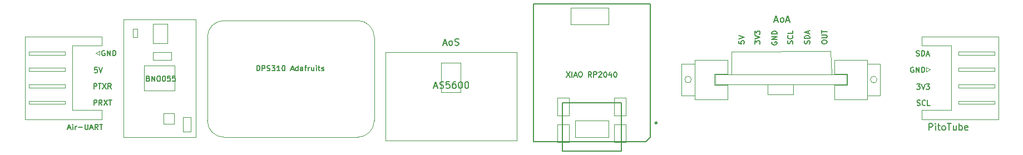
<source format=gbr>
%TF.GenerationSoftware,KiCad,Pcbnew,9.0.0*%
%TF.CreationDate,2025-03-07T17:00:58+09:00*%
%TF.ProjectId,Airdata,41697264-6174-4612-9e6b-696361645f70,rev?*%
%TF.SameCoordinates,Original*%
%TF.FileFunction,Legend,Top*%
%TF.FilePolarity,Positive*%
%FSLAX46Y46*%
G04 Gerber Fmt 4.6, Leading zero omitted, Abs format (unit mm)*
G04 Created by KiCad (PCBNEW 9.0.0) date 2025-03-07 17:00:58*
%MOMM*%
%LPD*%
G01*
G04 APERTURE LIST*
%ADD10C,0.150000*%
%ADD11C,0.200000*%
%ADD12C,0.120000*%
%ADD13C,0.100000*%
%ADD14C,0.050000*%
%ADD15C,0.127000*%
%ADD16C,0.066040*%
%ADD17C,0.254000*%
G04 APERTURE END LIST*
D10*
X86149160Y-64144295D02*
X86149160Y-63344295D01*
X86149160Y-63344295D02*
X86453922Y-63344295D01*
X86453922Y-63344295D02*
X86530112Y-63382390D01*
X86530112Y-63382390D02*
X86568207Y-63420485D01*
X86568207Y-63420485D02*
X86606303Y-63496676D01*
X86606303Y-63496676D02*
X86606303Y-63610961D01*
X86606303Y-63610961D02*
X86568207Y-63687152D01*
X86568207Y-63687152D02*
X86530112Y-63725247D01*
X86530112Y-63725247D02*
X86453922Y-63763342D01*
X86453922Y-63763342D02*
X86149160Y-63763342D01*
X86834874Y-63344295D02*
X87292017Y-63344295D01*
X87063445Y-64144295D02*
X87063445Y-63344295D01*
X87482493Y-63344295D02*
X88015827Y-64144295D01*
X88015827Y-63344295D02*
X87482493Y-64144295D01*
X88777732Y-64144295D02*
X88511065Y-63763342D01*
X88320589Y-64144295D02*
X88320589Y-63344295D01*
X88320589Y-63344295D02*
X88625351Y-63344295D01*
X88625351Y-63344295D02*
X88701541Y-63382390D01*
X88701541Y-63382390D02*
X88739636Y-63420485D01*
X88739636Y-63420485D02*
X88777732Y-63496676D01*
X88777732Y-63496676D02*
X88777732Y-63610961D01*
X88777732Y-63610961D02*
X88739636Y-63687152D01*
X88739636Y-63687152D02*
X88701541Y-63725247D01*
X88701541Y-63725247D02*
X88625351Y-63763342D01*
X88625351Y-63763342D02*
X88320589Y-63763342D01*
X94425826Y-62585247D02*
X94540112Y-62623342D01*
X94540112Y-62623342D02*
X94578207Y-62661438D01*
X94578207Y-62661438D02*
X94616303Y-62737628D01*
X94616303Y-62737628D02*
X94616303Y-62851914D01*
X94616303Y-62851914D02*
X94578207Y-62928104D01*
X94578207Y-62928104D02*
X94540112Y-62966200D01*
X94540112Y-62966200D02*
X94463922Y-63004295D01*
X94463922Y-63004295D02*
X94159160Y-63004295D01*
X94159160Y-63004295D02*
X94159160Y-62204295D01*
X94159160Y-62204295D02*
X94425826Y-62204295D01*
X94425826Y-62204295D02*
X94502017Y-62242390D01*
X94502017Y-62242390D02*
X94540112Y-62280485D01*
X94540112Y-62280485D02*
X94578207Y-62356676D01*
X94578207Y-62356676D02*
X94578207Y-62432866D01*
X94578207Y-62432866D02*
X94540112Y-62509057D01*
X94540112Y-62509057D02*
X94502017Y-62547152D01*
X94502017Y-62547152D02*
X94425826Y-62585247D01*
X94425826Y-62585247D02*
X94159160Y-62585247D01*
X94959160Y-63004295D02*
X94959160Y-62204295D01*
X94959160Y-62204295D02*
X95416303Y-63004295D01*
X95416303Y-63004295D02*
X95416303Y-62204295D01*
X95949636Y-62204295D02*
X96102017Y-62204295D01*
X96102017Y-62204295D02*
X96178207Y-62242390D01*
X96178207Y-62242390D02*
X96254398Y-62318580D01*
X96254398Y-62318580D02*
X96292493Y-62470961D01*
X96292493Y-62470961D02*
X96292493Y-62737628D01*
X96292493Y-62737628D02*
X96254398Y-62890009D01*
X96254398Y-62890009D02*
X96178207Y-62966200D01*
X96178207Y-62966200D02*
X96102017Y-63004295D01*
X96102017Y-63004295D02*
X95949636Y-63004295D01*
X95949636Y-63004295D02*
X95873445Y-62966200D01*
X95873445Y-62966200D02*
X95797255Y-62890009D01*
X95797255Y-62890009D02*
X95759159Y-62737628D01*
X95759159Y-62737628D02*
X95759159Y-62470961D01*
X95759159Y-62470961D02*
X95797255Y-62318580D01*
X95797255Y-62318580D02*
X95873445Y-62242390D01*
X95873445Y-62242390D02*
X95949636Y-62204295D01*
X96787731Y-62204295D02*
X96863921Y-62204295D01*
X96863921Y-62204295D02*
X96940112Y-62242390D01*
X96940112Y-62242390D02*
X96978207Y-62280485D01*
X96978207Y-62280485D02*
X97016302Y-62356676D01*
X97016302Y-62356676D02*
X97054397Y-62509057D01*
X97054397Y-62509057D02*
X97054397Y-62699533D01*
X97054397Y-62699533D02*
X97016302Y-62851914D01*
X97016302Y-62851914D02*
X96978207Y-62928104D01*
X96978207Y-62928104D02*
X96940112Y-62966200D01*
X96940112Y-62966200D02*
X96863921Y-63004295D01*
X96863921Y-63004295D02*
X96787731Y-63004295D01*
X96787731Y-63004295D02*
X96711540Y-62966200D01*
X96711540Y-62966200D02*
X96673445Y-62928104D01*
X96673445Y-62928104D02*
X96635350Y-62851914D01*
X96635350Y-62851914D02*
X96597254Y-62699533D01*
X96597254Y-62699533D02*
X96597254Y-62509057D01*
X96597254Y-62509057D02*
X96635350Y-62356676D01*
X96635350Y-62356676D02*
X96673445Y-62280485D01*
X96673445Y-62280485D02*
X96711540Y-62242390D01*
X96711540Y-62242390D02*
X96787731Y-62204295D01*
X97778207Y-62204295D02*
X97397255Y-62204295D01*
X97397255Y-62204295D02*
X97359159Y-62585247D01*
X97359159Y-62585247D02*
X97397255Y-62547152D01*
X97397255Y-62547152D02*
X97473445Y-62509057D01*
X97473445Y-62509057D02*
X97663921Y-62509057D01*
X97663921Y-62509057D02*
X97740112Y-62547152D01*
X97740112Y-62547152D02*
X97778207Y-62585247D01*
X97778207Y-62585247D02*
X97816302Y-62661438D01*
X97816302Y-62661438D02*
X97816302Y-62851914D01*
X97816302Y-62851914D02*
X97778207Y-62928104D01*
X97778207Y-62928104D02*
X97740112Y-62966200D01*
X97740112Y-62966200D02*
X97663921Y-63004295D01*
X97663921Y-63004295D02*
X97473445Y-63004295D01*
X97473445Y-63004295D02*
X97397255Y-62966200D01*
X97397255Y-62966200D02*
X97359159Y-62928104D01*
X98540112Y-62204295D02*
X98159160Y-62204295D01*
X98159160Y-62204295D02*
X98121064Y-62585247D01*
X98121064Y-62585247D02*
X98159160Y-62547152D01*
X98159160Y-62547152D02*
X98235350Y-62509057D01*
X98235350Y-62509057D02*
X98425826Y-62509057D01*
X98425826Y-62509057D02*
X98502017Y-62547152D01*
X98502017Y-62547152D02*
X98540112Y-62585247D01*
X98540112Y-62585247D02*
X98578207Y-62661438D01*
X98578207Y-62661438D02*
X98578207Y-62851914D01*
X98578207Y-62851914D02*
X98540112Y-62928104D01*
X98540112Y-62928104D02*
X98502017Y-62966200D01*
X98502017Y-62966200D02*
X98425826Y-63004295D01*
X98425826Y-63004295D02*
X98235350Y-63004295D01*
X98235350Y-63004295D02*
X98159160Y-62966200D01*
X98159160Y-62966200D02*
X98121064Y-62928104D01*
X211341064Y-59106200D02*
X211455350Y-59144295D01*
X211455350Y-59144295D02*
X211645826Y-59144295D01*
X211645826Y-59144295D02*
X211722017Y-59106200D01*
X211722017Y-59106200D02*
X211760112Y-59068104D01*
X211760112Y-59068104D02*
X211798207Y-58991914D01*
X211798207Y-58991914D02*
X211798207Y-58915723D01*
X211798207Y-58915723D02*
X211760112Y-58839533D01*
X211760112Y-58839533D02*
X211722017Y-58801438D01*
X211722017Y-58801438D02*
X211645826Y-58763342D01*
X211645826Y-58763342D02*
X211493445Y-58725247D01*
X211493445Y-58725247D02*
X211417255Y-58687152D01*
X211417255Y-58687152D02*
X211379160Y-58649057D01*
X211379160Y-58649057D02*
X211341064Y-58572866D01*
X211341064Y-58572866D02*
X211341064Y-58496676D01*
X211341064Y-58496676D02*
X211379160Y-58420485D01*
X211379160Y-58420485D02*
X211417255Y-58382390D01*
X211417255Y-58382390D02*
X211493445Y-58344295D01*
X211493445Y-58344295D02*
X211683922Y-58344295D01*
X211683922Y-58344295D02*
X211798207Y-58382390D01*
X212141065Y-59144295D02*
X212141065Y-58344295D01*
X212141065Y-58344295D02*
X212331541Y-58344295D01*
X212331541Y-58344295D02*
X212445827Y-58382390D01*
X212445827Y-58382390D02*
X212522017Y-58458580D01*
X212522017Y-58458580D02*
X212560112Y-58534771D01*
X212560112Y-58534771D02*
X212598208Y-58687152D01*
X212598208Y-58687152D02*
X212598208Y-58801438D01*
X212598208Y-58801438D02*
X212560112Y-58953819D01*
X212560112Y-58953819D02*
X212522017Y-59030009D01*
X212522017Y-59030009D02*
X212445827Y-59106200D01*
X212445827Y-59106200D02*
X212331541Y-59144295D01*
X212331541Y-59144295D02*
X212141065Y-59144295D01*
X212902969Y-58915723D02*
X213283922Y-58915723D01*
X212826779Y-59144295D02*
X213093446Y-58344295D01*
X213093446Y-58344295D02*
X213360112Y-59144295D01*
X86149160Y-66664295D02*
X86149160Y-65864295D01*
X86149160Y-65864295D02*
X86453922Y-65864295D01*
X86453922Y-65864295D02*
X86530112Y-65902390D01*
X86530112Y-65902390D02*
X86568207Y-65940485D01*
X86568207Y-65940485D02*
X86606303Y-66016676D01*
X86606303Y-66016676D02*
X86606303Y-66130961D01*
X86606303Y-66130961D02*
X86568207Y-66207152D01*
X86568207Y-66207152D02*
X86530112Y-66245247D01*
X86530112Y-66245247D02*
X86453922Y-66283342D01*
X86453922Y-66283342D02*
X86149160Y-66283342D01*
X87406303Y-66664295D02*
X87139636Y-66283342D01*
X86949160Y-66664295D02*
X86949160Y-65864295D01*
X86949160Y-65864295D02*
X87253922Y-65864295D01*
X87253922Y-65864295D02*
X87330112Y-65902390D01*
X87330112Y-65902390D02*
X87368207Y-65940485D01*
X87368207Y-65940485D02*
X87406303Y-66016676D01*
X87406303Y-66016676D02*
X87406303Y-66130961D01*
X87406303Y-66130961D02*
X87368207Y-66207152D01*
X87368207Y-66207152D02*
X87330112Y-66245247D01*
X87330112Y-66245247D02*
X87253922Y-66283342D01*
X87253922Y-66283342D02*
X86949160Y-66283342D01*
X87672969Y-65864295D02*
X88206303Y-66664295D01*
X88206303Y-65864295D02*
X87672969Y-66664295D01*
X88396779Y-65864295D02*
X88853922Y-65864295D01*
X88625350Y-66664295D02*
X88625350Y-65864295D01*
X211451064Y-66656200D02*
X211565350Y-66694295D01*
X211565350Y-66694295D02*
X211755826Y-66694295D01*
X211755826Y-66694295D02*
X211832017Y-66656200D01*
X211832017Y-66656200D02*
X211870112Y-66618104D01*
X211870112Y-66618104D02*
X211908207Y-66541914D01*
X211908207Y-66541914D02*
X211908207Y-66465723D01*
X211908207Y-66465723D02*
X211870112Y-66389533D01*
X211870112Y-66389533D02*
X211832017Y-66351438D01*
X211832017Y-66351438D02*
X211755826Y-66313342D01*
X211755826Y-66313342D02*
X211603445Y-66275247D01*
X211603445Y-66275247D02*
X211527255Y-66237152D01*
X211527255Y-66237152D02*
X211489160Y-66199057D01*
X211489160Y-66199057D02*
X211451064Y-66122866D01*
X211451064Y-66122866D02*
X211451064Y-66046676D01*
X211451064Y-66046676D02*
X211489160Y-65970485D01*
X211489160Y-65970485D02*
X211527255Y-65932390D01*
X211527255Y-65932390D02*
X211603445Y-65894295D01*
X211603445Y-65894295D02*
X211793922Y-65894295D01*
X211793922Y-65894295D02*
X211908207Y-65932390D01*
X212708208Y-66618104D02*
X212670112Y-66656200D01*
X212670112Y-66656200D02*
X212555827Y-66694295D01*
X212555827Y-66694295D02*
X212479636Y-66694295D01*
X212479636Y-66694295D02*
X212365350Y-66656200D01*
X212365350Y-66656200D02*
X212289160Y-66580009D01*
X212289160Y-66580009D02*
X212251065Y-66503819D01*
X212251065Y-66503819D02*
X212212969Y-66351438D01*
X212212969Y-66351438D02*
X212212969Y-66237152D01*
X212212969Y-66237152D02*
X212251065Y-66084771D01*
X212251065Y-66084771D02*
X212289160Y-66008580D01*
X212289160Y-66008580D02*
X212365350Y-65932390D01*
X212365350Y-65932390D02*
X212479636Y-65894295D01*
X212479636Y-65894295D02*
X212555827Y-65894295D01*
X212555827Y-65894295D02*
X212670112Y-65932390D01*
X212670112Y-65932390D02*
X212708208Y-65970485D01*
X213432017Y-66694295D02*
X213051065Y-66694295D01*
X213051065Y-66694295D02*
X213051065Y-65894295D01*
X87818207Y-58332390D02*
X87742017Y-58294295D01*
X87742017Y-58294295D02*
X87627731Y-58294295D01*
X87627731Y-58294295D02*
X87513445Y-58332390D01*
X87513445Y-58332390D02*
X87437255Y-58408580D01*
X87437255Y-58408580D02*
X87399160Y-58484771D01*
X87399160Y-58484771D02*
X87361064Y-58637152D01*
X87361064Y-58637152D02*
X87361064Y-58751438D01*
X87361064Y-58751438D02*
X87399160Y-58903819D01*
X87399160Y-58903819D02*
X87437255Y-58980009D01*
X87437255Y-58980009D02*
X87513445Y-59056200D01*
X87513445Y-59056200D02*
X87627731Y-59094295D01*
X87627731Y-59094295D02*
X87703922Y-59094295D01*
X87703922Y-59094295D02*
X87818207Y-59056200D01*
X87818207Y-59056200D02*
X87856303Y-59018104D01*
X87856303Y-59018104D02*
X87856303Y-58751438D01*
X87856303Y-58751438D02*
X87703922Y-58751438D01*
X88199160Y-59094295D02*
X88199160Y-58294295D01*
X88199160Y-58294295D02*
X88656303Y-59094295D01*
X88656303Y-59094295D02*
X88656303Y-58294295D01*
X89037255Y-59094295D02*
X89037255Y-58294295D01*
X89037255Y-58294295D02*
X89227731Y-58294295D01*
X89227731Y-58294295D02*
X89342017Y-58332390D01*
X89342017Y-58332390D02*
X89418207Y-58408580D01*
X89418207Y-58408580D02*
X89456302Y-58484771D01*
X89456302Y-58484771D02*
X89494398Y-58637152D01*
X89494398Y-58637152D02*
X89494398Y-58751438D01*
X89494398Y-58751438D02*
X89456302Y-58903819D01*
X89456302Y-58903819D02*
X89418207Y-58980009D01*
X89418207Y-58980009D02*
X89342017Y-59056200D01*
X89342017Y-59056200D02*
X89227731Y-59094295D01*
X89227731Y-59094295D02*
X89037255Y-59094295D01*
X210928207Y-60882390D02*
X210852017Y-60844295D01*
X210852017Y-60844295D02*
X210737731Y-60844295D01*
X210737731Y-60844295D02*
X210623445Y-60882390D01*
X210623445Y-60882390D02*
X210547255Y-60958580D01*
X210547255Y-60958580D02*
X210509160Y-61034771D01*
X210509160Y-61034771D02*
X210471064Y-61187152D01*
X210471064Y-61187152D02*
X210471064Y-61301438D01*
X210471064Y-61301438D02*
X210509160Y-61453819D01*
X210509160Y-61453819D02*
X210547255Y-61530009D01*
X210547255Y-61530009D02*
X210623445Y-61606200D01*
X210623445Y-61606200D02*
X210737731Y-61644295D01*
X210737731Y-61644295D02*
X210813922Y-61644295D01*
X210813922Y-61644295D02*
X210928207Y-61606200D01*
X210928207Y-61606200D02*
X210966303Y-61568104D01*
X210966303Y-61568104D02*
X210966303Y-61301438D01*
X210966303Y-61301438D02*
X210813922Y-61301438D01*
X211309160Y-61644295D02*
X211309160Y-60844295D01*
X211309160Y-60844295D02*
X211766303Y-61644295D01*
X211766303Y-61644295D02*
X211766303Y-60844295D01*
X212147255Y-61644295D02*
X212147255Y-60844295D01*
X212147255Y-60844295D02*
X212337731Y-60844295D01*
X212337731Y-60844295D02*
X212452017Y-60882390D01*
X212452017Y-60882390D02*
X212528207Y-60958580D01*
X212528207Y-60958580D02*
X212566302Y-61034771D01*
X212566302Y-61034771D02*
X212604398Y-61187152D01*
X212604398Y-61187152D02*
X212604398Y-61301438D01*
X212604398Y-61301438D02*
X212566302Y-61453819D01*
X212566302Y-61453819D02*
X212528207Y-61530009D01*
X212528207Y-61530009D02*
X212452017Y-61606200D01*
X212452017Y-61606200D02*
X212337731Y-61644295D01*
X212337731Y-61644295D02*
X212147255Y-61644295D01*
X211392969Y-63424295D02*
X211888207Y-63424295D01*
X211888207Y-63424295D02*
X211621541Y-63729057D01*
X211621541Y-63729057D02*
X211735826Y-63729057D01*
X211735826Y-63729057D02*
X211812017Y-63767152D01*
X211812017Y-63767152D02*
X211850112Y-63805247D01*
X211850112Y-63805247D02*
X211888207Y-63881438D01*
X211888207Y-63881438D02*
X211888207Y-64071914D01*
X211888207Y-64071914D02*
X211850112Y-64148104D01*
X211850112Y-64148104D02*
X211812017Y-64186200D01*
X211812017Y-64186200D02*
X211735826Y-64224295D01*
X211735826Y-64224295D02*
X211507255Y-64224295D01*
X211507255Y-64224295D02*
X211431064Y-64186200D01*
X211431064Y-64186200D02*
X211392969Y-64148104D01*
X212116779Y-63424295D02*
X212383446Y-64224295D01*
X212383446Y-64224295D02*
X212650112Y-63424295D01*
X212840588Y-63424295D02*
X213335826Y-63424295D01*
X213335826Y-63424295D02*
X213069160Y-63729057D01*
X213069160Y-63729057D02*
X213183445Y-63729057D01*
X213183445Y-63729057D02*
X213259636Y-63767152D01*
X213259636Y-63767152D02*
X213297731Y-63805247D01*
X213297731Y-63805247D02*
X213335826Y-63881438D01*
X213335826Y-63881438D02*
X213335826Y-64071914D01*
X213335826Y-64071914D02*
X213297731Y-64148104D01*
X213297731Y-64148104D02*
X213259636Y-64186200D01*
X213259636Y-64186200D02*
X213183445Y-64224295D01*
X213183445Y-64224295D02*
X212954874Y-64224295D01*
X212954874Y-64224295D02*
X212878683Y-64186200D01*
X212878683Y-64186200D02*
X212840588Y-64148104D01*
X86660112Y-60884295D02*
X86279160Y-60884295D01*
X86279160Y-60884295D02*
X86241064Y-61265247D01*
X86241064Y-61265247D02*
X86279160Y-61227152D01*
X86279160Y-61227152D02*
X86355350Y-61189057D01*
X86355350Y-61189057D02*
X86545826Y-61189057D01*
X86545826Y-61189057D02*
X86622017Y-61227152D01*
X86622017Y-61227152D02*
X86660112Y-61265247D01*
X86660112Y-61265247D02*
X86698207Y-61341438D01*
X86698207Y-61341438D02*
X86698207Y-61531914D01*
X86698207Y-61531914D02*
X86660112Y-61608104D01*
X86660112Y-61608104D02*
X86622017Y-61646200D01*
X86622017Y-61646200D02*
X86545826Y-61684295D01*
X86545826Y-61684295D02*
X86355350Y-61684295D01*
X86355350Y-61684295D02*
X86279160Y-61646200D01*
X86279160Y-61646200D02*
X86241064Y-61608104D01*
X86926779Y-60884295D02*
X87193446Y-61684295D01*
X87193446Y-61684295D02*
X87460112Y-60884295D01*
X213247619Y-70454819D02*
X213247619Y-69454819D01*
X213247619Y-69454819D02*
X213628571Y-69454819D01*
X213628571Y-69454819D02*
X213723809Y-69502438D01*
X213723809Y-69502438D02*
X213771428Y-69550057D01*
X213771428Y-69550057D02*
X213819047Y-69645295D01*
X213819047Y-69645295D02*
X213819047Y-69788152D01*
X213819047Y-69788152D02*
X213771428Y-69883390D01*
X213771428Y-69883390D02*
X213723809Y-69931009D01*
X213723809Y-69931009D02*
X213628571Y-69978628D01*
X213628571Y-69978628D02*
X213247619Y-69978628D01*
X214247619Y-70454819D02*
X214247619Y-69788152D01*
X214247619Y-69454819D02*
X214200000Y-69502438D01*
X214200000Y-69502438D02*
X214247619Y-69550057D01*
X214247619Y-69550057D02*
X214295238Y-69502438D01*
X214295238Y-69502438D02*
X214247619Y-69454819D01*
X214247619Y-69454819D02*
X214247619Y-69550057D01*
X214580952Y-69788152D02*
X214961904Y-69788152D01*
X214723809Y-69454819D02*
X214723809Y-70311961D01*
X214723809Y-70311961D02*
X214771428Y-70407200D01*
X214771428Y-70407200D02*
X214866666Y-70454819D01*
X214866666Y-70454819D02*
X214961904Y-70454819D01*
X215438095Y-70454819D02*
X215342857Y-70407200D01*
X215342857Y-70407200D02*
X215295238Y-70359580D01*
X215295238Y-70359580D02*
X215247619Y-70264342D01*
X215247619Y-70264342D02*
X215247619Y-69978628D01*
X215247619Y-69978628D02*
X215295238Y-69883390D01*
X215295238Y-69883390D02*
X215342857Y-69835771D01*
X215342857Y-69835771D02*
X215438095Y-69788152D01*
X215438095Y-69788152D02*
X215580952Y-69788152D01*
X215580952Y-69788152D02*
X215676190Y-69835771D01*
X215676190Y-69835771D02*
X215723809Y-69883390D01*
X215723809Y-69883390D02*
X215771428Y-69978628D01*
X215771428Y-69978628D02*
X215771428Y-70264342D01*
X215771428Y-70264342D02*
X215723809Y-70359580D01*
X215723809Y-70359580D02*
X215676190Y-70407200D01*
X215676190Y-70407200D02*
X215580952Y-70454819D01*
X215580952Y-70454819D02*
X215438095Y-70454819D01*
X216057143Y-69454819D02*
X216628571Y-69454819D01*
X216342857Y-70454819D02*
X216342857Y-69454819D01*
X217390476Y-69788152D02*
X217390476Y-70454819D01*
X216961905Y-69788152D02*
X216961905Y-70311961D01*
X216961905Y-70311961D02*
X217009524Y-70407200D01*
X217009524Y-70407200D02*
X217104762Y-70454819D01*
X217104762Y-70454819D02*
X217247619Y-70454819D01*
X217247619Y-70454819D02*
X217342857Y-70407200D01*
X217342857Y-70407200D02*
X217390476Y-70359580D01*
X217866667Y-70454819D02*
X217866667Y-69454819D01*
X217866667Y-69835771D02*
X217961905Y-69788152D01*
X217961905Y-69788152D02*
X218152381Y-69788152D01*
X218152381Y-69788152D02*
X218247619Y-69835771D01*
X218247619Y-69835771D02*
X218295238Y-69883390D01*
X218295238Y-69883390D02*
X218342857Y-69978628D01*
X218342857Y-69978628D02*
X218342857Y-70264342D01*
X218342857Y-70264342D02*
X218295238Y-70359580D01*
X218295238Y-70359580D02*
X218247619Y-70407200D01*
X218247619Y-70407200D02*
X218152381Y-70454819D01*
X218152381Y-70454819D02*
X217961905Y-70454819D01*
X217961905Y-70454819D02*
X217866667Y-70407200D01*
X219152381Y-70407200D02*
X219057143Y-70454819D01*
X219057143Y-70454819D02*
X218866667Y-70454819D01*
X218866667Y-70454819D02*
X218771429Y-70407200D01*
X218771429Y-70407200D02*
X218723810Y-70311961D01*
X218723810Y-70311961D02*
X218723810Y-69931009D01*
X218723810Y-69931009D02*
X218771429Y-69835771D01*
X218771429Y-69835771D02*
X218866667Y-69788152D01*
X218866667Y-69788152D02*
X219057143Y-69788152D01*
X219057143Y-69788152D02*
X219152381Y-69835771D01*
X219152381Y-69835771D02*
X219200000Y-69931009D01*
X219200000Y-69931009D02*
X219200000Y-70026247D01*
X219200000Y-70026247D02*
X218723810Y-70121485D01*
D11*
X137950952Y-63786504D02*
X138427142Y-63786504D01*
X137855714Y-64072219D02*
X138189047Y-63072219D01*
X138189047Y-63072219D02*
X138522380Y-64072219D01*
X138808095Y-64024600D02*
X138950952Y-64072219D01*
X138950952Y-64072219D02*
X139189047Y-64072219D01*
X139189047Y-64072219D02*
X139284285Y-64024600D01*
X139284285Y-64024600D02*
X139331904Y-63976980D01*
X139331904Y-63976980D02*
X139379523Y-63881742D01*
X139379523Y-63881742D02*
X139379523Y-63786504D01*
X139379523Y-63786504D02*
X139331904Y-63691266D01*
X139331904Y-63691266D02*
X139284285Y-63643647D01*
X139284285Y-63643647D02*
X139189047Y-63596028D01*
X139189047Y-63596028D02*
X138998571Y-63548409D01*
X138998571Y-63548409D02*
X138903333Y-63500790D01*
X138903333Y-63500790D02*
X138855714Y-63453171D01*
X138855714Y-63453171D02*
X138808095Y-63357933D01*
X138808095Y-63357933D02*
X138808095Y-63262695D01*
X138808095Y-63262695D02*
X138855714Y-63167457D01*
X138855714Y-63167457D02*
X138903333Y-63119838D01*
X138903333Y-63119838D02*
X138998571Y-63072219D01*
X138998571Y-63072219D02*
X139236666Y-63072219D01*
X139236666Y-63072219D02*
X139379523Y-63119838D01*
X140284285Y-63072219D02*
X139808095Y-63072219D01*
X139808095Y-63072219D02*
X139760476Y-63548409D01*
X139760476Y-63548409D02*
X139808095Y-63500790D01*
X139808095Y-63500790D02*
X139903333Y-63453171D01*
X139903333Y-63453171D02*
X140141428Y-63453171D01*
X140141428Y-63453171D02*
X140236666Y-63500790D01*
X140236666Y-63500790D02*
X140284285Y-63548409D01*
X140284285Y-63548409D02*
X140331904Y-63643647D01*
X140331904Y-63643647D02*
X140331904Y-63881742D01*
X140331904Y-63881742D02*
X140284285Y-63976980D01*
X140284285Y-63976980D02*
X140236666Y-64024600D01*
X140236666Y-64024600D02*
X140141428Y-64072219D01*
X140141428Y-64072219D02*
X139903333Y-64072219D01*
X139903333Y-64072219D02*
X139808095Y-64024600D01*
X139808095Y-64024600D02*
X139760476Y-63976980D01*
X141189047Y-63072219D02*
X140998571Y-63072219D01*
X140998571Y-63072219D02*
X140903333Y-63119838D01*
X140903333Y-63119838D02*
X140855714Y-63167457D01*
X140855714Y-63167457D02*
X140760476Y-63310314D01*
X140760476Y-63310314D02*
X140712857Y-63500790D01*
X140712857Y-63500790D02*
X140712857Y-63881742D01*
X140712857Y-63881742D02*
X140760476Y-63976980D01*
X140760476Y-63976980D02*
X140808095Y-64024600D01*
X140808095Y-64024600D02*
X140903333Y-64072219D01*
X140903333Y-64072219D02*
X141093809Y-64072219D01*
X141093809Y-64072219D02*
X141189047Y-64024600D01*
X141189047Y-64024600D02*
X141236666Y-63976980D01*
X141236666Y-63976980D02*
X141284285Y-63881742D01*
X141284285Y-63881742D02*
X141284285Y-63643647D01*
X141284285Y-63643647D02*
X141236666Y-63548409D01*
X141236666Y-63548409D02*
X141189047Y-63500790D01*
X141189047Y-63500790D02*
X141093809Y-63453171D01*
X141093809Y-63453171D02*
X140903333Y-63453171D01*
X140903333Y-63453171D02*
X140808095Y-63500790D01*
X140808095Y-63500790D02*
X140760476Y-63548409D01*
X140760476Y-63548409D02*
X140712857Y-63643647D01*
X141903333Y-63072219D02*
X141998571Y-63072219D01*
X141998571Y-63072219D02*
X142093809Y-63119838D01*
X142093809Y-63119838D02*
X142141428Y-63167457D01*
X142141428Y-63167457D02*
X142189047Y-63262695D01*
X142189047Y-63262695D02*
X142236666Y-63453171D01*
X142236666Y-63453171D02*
X142236666Y-63691266D01*
X142236666Y-63691266D02*
X142189047Y-63881742D01*
X142189047Y-63881742D02*
X142141428Y-63976980D01*
X142141428Y-63976980D02*
X142093809Y-64024600D01*
X142093809Y-64024600D02*
X141998571Y-64072219D01*
X141998571Y-64072219D02*
X141903333Y-64072219D01*
X141903333Y-64072219D02*
X141808095Y-64024600D01*
X141808095Y-64024600D02*
X141760476Y-63976980D01*
X141760476Y-63976980D02*
X141712857Y-63881742D01*
X141712857Y-63881742D02*
X141665238Y-63691266D01*
X141665238Y-63691266D02*
X141665238Y-63453171D01*
X141665238Y-63453171D02*
X141712857Y-63262695D01*
X141712857Y-63262695D02*
X141760476Y-63167457D01*
X141760476Y-63167457D02*
X141808095Y-63119838D01*
X141808095Y-63119838D02*
X141903333Y-63072219D01*
X142855714Y-63072219D02*
X142950952Y-63072219D01*
X142950952Y-63072219D02*
X143046190Y-63119838D01*
X143046190Y-63119838D02*
X143093809Y-63167457D01*
X143093809Y-63167457D02*
X143141428Y-63262695D01*
X143141428Y-63262695D02*
X143189047Y-63453171D01*
X143189047Y-63453171D02*
X143189047Y-63691266D01*
X143189047Y-63691266D02*
X143141428Y-63881742D01*
X143141428Y-63881742D02*
X143093809Y-63976980D01*
X143093809Y-63976980D02*
X143046190Y-64024600D01*
X143046190Y-64024600D02*
X142950952Y-64072219D01*
X142950952Y-64072219D02*
X142855714Y-64072219D01*
X142855714Y-64072219D02*
X142760476Y-64024600D01*
X142760476Y-64024600D02*
X142712857Y-63976980D01*
X142712857Y-63976980D02*
X142665238Y-63881742D01*
X142665238Y-63881742D02*
X142617619Y-63691266D01*
X142617619Y-63691266D02*
X142617619Y-63453171D01*
X142617619Y-63453171D02*
X142665238Y-63262695D01*
X142665238Y-63262695D02*
X142712857Y-63167457D01*
X142712857Y-63167457D02*
X142760476Y-63119838D01*
X142760476Y-63119838D02*
X142855714Y-63072219D01*
X139353333Y-57246504D02*
X139829523Y-57246504D01*
X139258095Y-57532219D02*
X139591428Y-56532219D01*
X139591428Y-56532219D02*
X139924761Y-57532219D01*
X140400952Y-57532219D02*
X140305714Y-57484600D01*
X140305714Y-57484600D02*
X140258095Y-57436980D01*
X140258095Y-57436980D02*
X140210476Y-57341742D01*
X140210476Y-57341742D02*
X140210476Y-57056028D01*
X140210476Y-57056028D02*
X140258095Y-56960790D01*
X140258095Y-56960790D02*
X140305714Y-56913171D01*
X140305714Y-56913171D02*
X140400952Y-56865552D01*
X140400952Y-56865552D02*
X140543809Y-56865552D01*
X140543809Y-56865552D02*
X140639047Y-56913171D01*
X140639047Y-56913171D02*
X140686666Y-56960790D01*
X140686666Y-56960790D02*
X140734285Y-57056028D01*
X140734285Y-57056028D02*
X140734285Y-57341742D01*
X140734285Y-57341742D02*
X140686666Y-57436980D01*
X140686666Y-57436980D02*
X140639047Y-57484600D01*
X140639047Y-57484600D02*
X140543809Y-57532219D01*
X140543809Y-57532219D02*
X140400952Y-57532219D01*
X141115238Y-57484600D02*
X141258095Y-57532219D01*
X141258095Y-57532219D02*
X141496190Y-57532219D01*
X141496190Y-57532219D02*
X141591428Y-57484600D01*
X141591428Y-57484600D02*
X141639047Y-57436980D01*
X141639047Y-57436980D02*
X141686666Y-57341742D01*
X141686666Y-57341742D02*
X141686666Y-57246504D01*
X141686666Y-57246504D02*
X141639047Y-57151266D01*
X141639047Y-57151266D02*
X141591428Y-57103647D01*
X141591428Y-57103647D02*
X141496190Y-57056028D01*
X141496190Y-57056028D02*
X141305714Y-57008409D01*
X141305714Y-57008409D02*
X141210476Y-56960790D01*
X141210476Y-56960790D02*
X141162857Y-56913171D01*
X141162857Y-56913171D02*
X141115238Y-56817933D01*
X141115238Y-56817933D02*
X141115238Y-56722695D01*
X141115238Y-56722695D02*
X141162857Y-56627457D01*
X141162857Y-56627457D02*
X141210476Y-56579838D01*
X141210476Y-56579838D02*
X141305714Y-56532219D01*
X141305714Y-56532219D02*
X141543809Y-56532219D01*
X141543809Y-56532219D02*
X141686666Y-56579838D01*
X189770952Y-53726504D02*
X190247142Y-53726504D01*
X189675714Y-54012219D02*
X190009047Y-53012219D01*
X190009047Y-53012219D02*
X190342380Y-54012219D01*
X190818571Y-54012219D02*
X190723333Y-53964600D01*
X190723333Y-53964600D02*
X190675714Y-53916980D01*
X190675714Y-53916980D02*
X190628095Y-53821742D01*
X190628095Y-53821742D02*
X190628095Y-53536028D01*
X190628095Y-53536028D02*
X190675714Y-53440790D01*
X190675714Y-53440790D02*
X190723333Y-53393171D01*
X190723333Y-53393171D02*
X190818571Y-53345552D01*
X190818571Y-53345552D02*
X190961428Y-53345552D01*
X190961428Y-53345552D02*
X191056666Y-53393171D01*
X191056666Y-53393171D02*
X191104285Y-53440790D01*
X191104285Y-53440790D02*
X191151904Y-53536028D01*
X191151904Y-53536028D02*
X191151904Y-53821742D01*
X191151904Y-53821742D02*
X191104285Y-53916980D01*
X191104285Y-53916980D02*
X191056666Y-53964600D01*
X191056666Y-53964600D02*
X190961428Y-54012219D01*
X190961428Y-54012219D02*
X190818571Y-54012219D01*
X191532857Y-53726504D02*
X192009047Y-53726504D01*
X191437619Y-54012219D02*
X191770952Y-53012219D01*
X191770952Y-53012219D02*
X192104285Y-54012219D01*
D10*
X196934295Y-57088458D02*
X196934295Y-56936077D01*
X196934295Y-56936077D02*
X196972390Y-56859887D01*
X196972390Y-56859887D02*
X197048580Y-56783696D01*
X197048580Y-56783696D02*
X197200961Y-56745601D01*
X197200961Y-56745601D02*
X197467628Y-56745601D01*
X197467628Y-56745601D02*
X197620009Y-56783696D01*
X197620009Y-56783696D02*
X197696200Y-56859887D01*
X197696200Y-56859887D02*
X197734295Y-56936077D01*
X197734295Y-56936077D02*
X197734295Y-57088458D01*
X197734295Y-57088458D02*
X197696200Y-57164649D01*
X197696200Y-57164649D02*
X197620009Y-57240839D01*
X197620009Y-57240839D02*
X197467628Y-57278935D01*
X197467628Y-57278935D02*
X197200961Y-57278935D01*
X197200961Y-57278935D02*
X197048580Y-57240839D01*
X197048580Y-57240839D02*
X196972390Y-57164649D01*
X196972390Y-57164649D02*
X196934295Y-57088458D01*
X196934295Y-56402744D02*
X197581914Y-56402744D01*
X197581914Y-56402744D02*
X197658104Y-56364649D01*
X197658104Y-56364649D02*
X197696200Y-56326554D01*
X197696200Y-56326554D02*
X197734295Y-56250363D01*
X197734295Y-56250363D02*
X197734295Y-56097982D01*
X197734295Y-56097982D02*
X197696200Y-56021792D01*
X197696200Y-56021792D02*
X197658104Y-55983697D01*
X197658104Y-55983697D02*
X197581914Y-55945601D01*
X197581914Y-55945601D02*
X196934295Y-55945601D01*
X196934295Y-55678935D02*
X196934295Y-55221792D01*
X197734295Y-55450364D02*
X196934295Y-55450364D01*
X195086200Y-57278935D02*
X195124295Y-57164649D01*
X195124295Y-57164649D02*
X195124295Y-56974173D01*
X195124295Y-56974173D02*
X195086200Y-56897982D01*
X195086200Y-56897982D02*
X195048104Y-56859887D01*
X195048104Y-56859887D02*
X194971914Y-56821792D01*
X194971914Y-56821792D02*
X194895723Y-56821792D01*
X194895723Y-56821792D02*
X194819533Y-56859887D01*
X194819533Y-56859887D02*
X194781438Y-56897982D01*
X194781438Y-56897982D02*
X194743342Y-56974173D01*
X194743342Y-56974173D02*
X194705247Y-57126554D01*
X194705247Y-57126554D02*
X194667152Y-57202744D01*
X194667152Y-57202744D02*
X194629057Y-57240839D01*
X194629057Y-57240839D02*
X194552866Y-57278935D01*
X194552866Y-57278935D02*
X194476676Y-57278935D01*
X194476676Y-57278935D02*
X194400485Y-57240839D01*
X194400485Y-57240839D02*
X194362390Y-57202744D01*
X194362390Y-57202744D02*
X194324295Y-57126554D01*
X194324295Y-57126554D02*
X194324295Y-56936077D01*
X194324295Y-56936077D02*
X194362390Y-56821792D01*
X195124295Y-56478934D02*
X194324295Y-56478934D01*
X194324295Y-56478934D02*
X194324295Y-56288458D01*
X194324295Y-56288458D02*
X194362390Y-56174172D01*
X194362390Y-56174172D02*
X194438580Y-56097982D01*
X194438580Y-56097982D02*
X194514771Y-56059887D01*
X194514771Y-56059887D02*
X194667152Y-56021791D01*
X194667152Y-56021791D02*
X194781438Y-56021791D01*
X194781438Y-56021791D02*
X194933819Y-56059887D01*
X194933819Y-56059887D02*
X195010009Y-56097982D01*
X195010009Y-56097982D02*
X195086200Y-56174172D01*
X195086200Y-56174172D02*
X195124295Y-56288458D01*
X195124295Y-56288458D02*
X195124295Y-56478934D01*
X194895723Y-55717030D02*
X194895723Y-55336077D01*
X195124295Y-55793220D02*
X194324295Y-55526553D01*
X194324295Y-55526553D02*
X195124295Y-55259887D01*
X186734295Y-57317030D02*
X186734295Y-56821792D01*
X186734295Y-56821792D02*
X187039057Y-57088458D01*
X187039057Y-57088458D02*
X187039057Y-56974173D01*
X187039057Y-56974173D02*
X187077152Y-56897982D01*
X187077152Y-56897982D02*
X187115247Y-56859887D01*
X187115247Y-56859887D02*
X187191438Y-56821792D01*
X187191438Y-56821792D02*
X187381914Y-56821792D01*
X187381914Y-56821792D02*
X187458104Y-56859887D01*
X187458104Y-56859887D02*
X187496200Y-56897982D01*
X187496200Y-56897982D02*
X187534295Y-56974173D01*
X187534295Y-56974173D02*
X187534295Y-57202744D01*
X187534295Y-57202744D02*
X187496200Y-57278935D01*
X187496200Y-57278935D02*
X187458104Y-57317030D01*
X186734295Y-56593220D02*
X187534295Y-56326553D01*
X187534295Y-56326553D02*
X186734295Y-56059887D01*
X186734295Y-55869411D02*
X186734295Y-55374173D01*
X186734295Y-55374173D02*
X187039057Y-55640839D01*
X187039057Y-55640839D02*
X187039057Y-55526554D01*
X187039057Y-55526554D02*
X187077152Y-55450363D01*
X187077152Y-55450363D02*
X187115247Y-55412268D01*
X187115247Y-55412268D02*
X187191438Y-55374173D01*
X187191438Y-55374173D02*
X187381914Y-55374173D01*
X187381914Y-55374173D02*
X187458104Y-55412268D01*
X187458104Y-55412268D02*
X187496200Y-55450363D01*
X187496200Y-55450363D02*
X187534295Y-55526554D01*
X187534295Y-55526554D02*
X187534295Y-55755125D01*
X187534295Y-55755125D02*
X187496200Y-55831316D01*
X187496200Y-55831316D02*
X187458104Y-55869411D01*
X189372390Y-57021792D02*
X189334295Y-57097982D01*
X189334295Y-57097982D02*
X189334295Y-57212268D01*
X189334295Y-57212268D02*
X189372390Y-57326554D01*
X189372390Y-57326554D02*
X189448580Y-57402744D01*
X189448580Y-57402744D02*
X189524771Y-57440839D01*
X189524771Y-57440839D02*
X189677152Y-57478935D01*
X189677152Y-57478935D02*
X189791438Y-57478935D01*
X189791438Y-57478935D02*
X189943819Y-57440839D01*
X189943819Y-57440839D02*
X190020009Y-57402744D01*
X190020009Y-57402744D02*
X190096200Y-57326554D01*
X190096200Y-57326554D02*
X190134295Y-57212268D01*
X190134295Y-57212268D02*
X190134295Y-57136077D01*
X190134295Y-57136077D02*
X190096200Y-57021792D01*
X190096200Y-57021792D02*
X190058104Y-56983696D01*
X190058104Y-56983696D02*
X189791438Y-56983696D01*
X189791438Y-56983696D02*
X189791438Y-57136077D01*
X190134295Y-56640839D02*
X189334295Y-56640839D01*
X189334295Y-56640839D02*
X190134295Y-56183696D01*
X190134295Y-56183696D02*
X189334295Y-56183696D01*
X190134295Y-55802744D02*
X189334295Y-55802744D01*
X189334295Y-55802744D02*
X189334295Y-55612268D01*
X189334295Y-55612268D02*
X189372390Y-55497982D01*
X189372390Y-55497982D02*
X189448580Y-55421792D01*
X189448580Y-55421792D02*
X189524771Y-55383697D01*
X189524771Y-55383697D02*
X189677152Y-55345601D01*
X189677152Y-55345601D02*
X189791438Y-55345601D01*
X189791438Y-55345601D02*
X189943819Y-55383697D01*
X189943819Y-55383697D02*
X190020009Y-55421792D01*
X190020009Y-55421792D02*
X190096200Y-55497982D01*
X190096200Y-55497982D02*
X190134295Y-55612268D01*
X190134295Y-55612268D02*
X190134295Y-55802744D01*
X184334295Y-56859887D02*
X184334295Y-57240839D01*
X184334295Y-57240839D02*
X184715247Y-57278935D01*
X184715247Y-57278935D02*
X184677152Y-57240839D01*
X184677152Y-57240839D02*
X184639057Y-57164649D01*
X184639057Y-57164649D02*
X184639057Y-56974173D01*
X184639057Y-56974173D02*
X184677152Y-56897982D01*
X184677152Y-56897982D02*
X184715247Y-56859887D01*
X184715247Y-56859887D02*
X184791438Y-56821792D01*
X184791438Y-56821792D02*
X184981914Y-56821792D01*
X184981914Y-56821792D02*
X185058104Y-56859887D01*
X185058104Y-56859887D02*
X185096200Y-56897982D01*
X185096200Y-56897982D02*
X185134295Y-56974173D01*
X185134295Y-56974173D02*
X185134295Y-57164649D01*
X185134295Y-57164649D02*
X185096200Y-57240839D01*
X185096200Y-57240839D02*
X185058104Y-57278935D01*
X184334295Y-56593220D02*
X185134295Y-56326553D01*
X185134295Y-56326553D02*
X184334295Y-56059887D01*
X192496200Y-57278935D02*
X192534295Y-57164649D01*
X192534295Y-57164649D02*
X192534295Y-56974173D01*
X192534295Y-56974173D02*
X192496200Y-56897982D01*
X192496200Y-56897982D02*
X192458104Y-56859887D01*
X192458104Y-56859887D02*
X192381914Y-56821792D01*
X192381914Y-56821792D02*
X192305723Y-56821792D01*
X192305723Y-56821792D02*
X192229533Y-56859887D01*
X192229533Y-56859887D02*
X192191438Y-56897982D01*
X192191438Y-56897982D02*
X192153342Y-56974173D01*
X192153342Y-56974173D02*
X192115247Y-57126554D01*
X192115247Y-57126554D02*
X192077152Y-57202744D01*
X192077152Y-57202744D02*
X192039057Y-57240839D01*
X192039057Y-57240839D02*
X191962866Y-57278935D01*
X191962866Y-57278935D02*
X191886676Y-57278935D01*
X191886676Y-57278935D02*
X191810485Y-57240839D01*
X191810485Y-57240839D02*
X191772390Y-57202744D01*
X191772390Y-57202744D02*
X191734295Y-57126554D01*
X191734295Y-57126554D02*
X191734295Y-56936077D01*
X191734295Y-56936077D02*
X191772390Y-56821792D01*
X192458104Y-56021791D02*
X192496200Y-56059887D01*
X192496200Y-56059887D02*
X192534295Y-56174172D01*
X192534295Y-56174172D02*
X192534295Y-56250363D01*
X192534295Y-56250363D02*
X192496200Y-56364649D01*
X192496200Y-56364649D02*
X192420009Y-56440839D01*
X192420009Y-56440839D02*
X192343819Y-56478934D01*
X192343819Y-56478934D02*
X192191438Y-56517030D01*
X192191438Y-56517030D02*
X192077152Y-56517030D01*
X192077152Y-56517030D02*
X191924771Y-56478934D01*
X191924771Y-56478934D02*
X191848580Y-56440839D01*
X191848580Y-56440839D02*
X191772390Y-56364649D01*
X191772390Y-56364649D02*
X191734295Y-56250363D01*
X191734295Y-56250363D02*
X191734295Y-56174172D01*
X191734295Y-56174172D02*
X191772390Y-56059887D01*
X191772390Y-56059887D02*
X191810485Y-56021791D01*
X192534295Y-55297982D02*
X192534295Y-55678934D01*
X192534295Y-55678934D02*
X191734295Y-55678934D01*
X110954285Y-61422295D02*
X110954285Y-60622295D01*
X110954285Y-60622295D02*
X111144761Y-60622295D01*
X111144761Y-60622295D02*
X111259047Y-60660390D01*
X111259047Y-60660390D02*
X111335237Y-60736580D01*
X111335237Y-60736580D02*
X111373332Y-60812771D01*
X111373332Y-60812771D02*
X111411428Y-60965152D01*
X111411428Y-60965152D02*
X111411428Y-61079438D01*
X111411428Y-61079438D02*
X111373332Y-61231819D01*
X111373332Y-61231819D02*
X111335237Y-61308009D01*
X111335237Y-61308009D02*
X111259047Y-61384200D01*
X111259047Y-61384200D02*
X111144761Y-61422295D01*
X111144761Y-61422295D02*
X110954285Y-61422295D01*
X111754285Y-61422295D02*
X111754285Y-60622295D01*
X111754285Y-60622295D02*
X112059047Y-60622295D01*
X112059047Y-60622295D02*
X112135237Y-60660390D01*
X112135237Y-60660390D02*
X112173332Y-60698485D01*
X112173332Y-60698485D02*
X112211428Y-60774676D01*
X112211428Y-60774676D02*
X112211428Y-60888961D01*
X112211428Y-60888961D02*
X112173332Y-60965152D01*
X112173332Y-60965152D02*
X112135237Y-61003247D01*
X112135237Y-61003247D02*
X112059047Y-61041342D01*
X112059047Y-61041342D02*
X111754285Y-61041342D01*
X112516189Y-61384200D02*
X112630475Y-61422295D01*
X112630475Y-61422295D02*
X112820951Y-61422295D01*
X112820951Y-61422295D02*
X112897142Y-61384200D01*
X112897142Y-61384200D02*
X112935237Y-61346104D01*
X112935237Y-61346104D02*
X112973332Y-61269914D01*
X112973332Y-61269914D02*
X112973332Y-61193723D01*
X112973332Y-61193723D02*
X112935237Y-61117533D01*
X112935237Y-61117533D02*
X112897142Y-61079438D01*
X112897142Y-61079438D02*
X112820951Y-61041342D01*
X112820951Y-61041342D02*
X112668570Y-61003247D01*
X112668570Y-61003247D02*
X112592380Y-60965152D01*
X112592380Y-60965152D02*
X112554285Y-60927057D01*
X112554285Y-60927057D02*
X112516189Y-60850866D01*
X112516189Y-60850866D02*
X112516189Y-60774676D01*
X112516189Y-60774676D02*
X112554285Y-60698485D01*
X112554285Y-60698485D02*
X112592380Y-60660390D01*
X112592380Y-60660390D02*
X112668570Y-60622295D01*
X112668570Y-60622295D02*
X112859047Y-60622295D01*
X112859047Y-60622295D02*
X112973332Y-60660390D01*
X113239999Y-60622295D02*
X113735237Y-60622295D01*
X113735237Y-60622295D02*
X113468571Y-60927057D01*
X113468571Y-60927057D02*
X113582856Y-60927057D01*
X113582856Y-60927057D02*
X113659047Y-60965152D01*
X113659047Y-60965152D02*
X113697142Y-61003247D01*
X113697142Y-61003247D02*
X113735237Y-61079438D01*
X113735237Y-61079438D02*
X113735237Y-61269914D01*
X113735237Y-61269914D02*
X113697142Y-61346104D01*
X113697142Y-61346104D02*
X113659047Y-61384200D01*
X113659047Y-61384200D02*
X113582856Y-61422295D01*
X113582856Y-61422295D02*
X113354285Y-61422295D01*
X113354285Y-61422295D02*
X113278094Y-61384200D01*
X113278094Y-61384200D02*
X113239999Y-61346104D01*
X114497142Y-61422295D02*
X114039999Y-61422295D01*
X114268571Y-61422295D02*
X114268571Y-60622295D01*
X114268571Y-60622295D02*
X114192380Y-60736580D01*
X114192380Y-60736580D02*
X114116190Y-60812771D01*
X114116190Y-60812771D02*
X114039999Y-60850866D01*
X114992381Y-60622295D02*
X115068571Y-60622295D01*
X115068571Y-60622295D02*
X115144762Y-60660390D01*
X115144762Y-60660390D02*
X115182857Y-60698485D01*
X115182857Y-60698485D02*
X115220952Y-60774676D01*
X115220952Y-60774676D02*
X115259047Y-60927057D01*
X115259047Y-60927057D02*
X115259047Y-61117533D01*
X115259047Y-61117533D02*
X115220952Y-61269914D01*
X115220952Y-61269914D02*
X115182857Y-61346104D01*
X115182857Y-61346104D02*
X115144762Y-61384200D01*
X115144762Y-61384200D02*
X115068571Y-61422295D01*
X115068571Y-61422295D02*
X114992381Y-61422295D01*
X114992381Y-61422295D02*
X114916190Y-61384200D01*
X114916190Y-61384200D02*
X114878095Y-61346104D01*
X114878095Y-61346104D02*
X114840000Y-61269914D01*
X114840000Y-61269914D02*
X114801904Y-61117533D01*
X114801904Y-61117533D02*
X114801904Y-60927057D01*
X114801904Y-60927057D02*
X114840000Y-60774676D01*
X114840000Y-60774676D02*
X114878095Y-60698485D01*
X114878095Y-60698485D02*
X114916190Y-60660390D01*
X114916190Y-60660390D02*
X114992381Y-60622295D01*
X116173333Y-61193723D02*
X116554286Y-61193723D01*
X116097143Y-61422295D02*
X116363810Y-60622295D01*
X116363810Y-60622295D02*
X116630476Y-61422295D01*
X117240000Y-61422295D02*
X117240000Y-60622295D01*
X117240000Y-61384200D02*
X117163809Y-61422295D01*
X117163809Y-61422295D02*
X117011428Y-61422295D01*
X117011428Y-61422295D02*
X116935238Y-61384200D01*
X116935238Y-61384200D02*
X116897143Y-61346104D01*
X116897143Y-61346104D02*
X116859047Y-61269914D01*
X116859047Y-61269914D02*
X116859047Y-61041342D01*
X116859047Y-61041342D02*
X116897143Y-60965152D01*
X116897143Y-60965152D02*
X116935238Y-60927057D01*
X116935238Y-60927057D02*
X117011428Y-60888961D01*
X117011428Y-60888961D02*
X117163809Y-60888961D01*
X117163809Y-60888961D02*
X117240000Y-60927057D01*
X117963810Y-61422295D02*
X117963810Y-61003247D01*
X117963810Y-61003247D02*
X117925715Y-60927057D01*
X117925715Y-60927057D02*
X117849524Y-60888961D01*
X117849524Y-60888961D02*
X117697143Y-60888961D01*
X117697143Y-60888961D02*
X117620953Y-60927057D01*
X117963810Y-61384200D02*
X117887619Y-61422295D01*
X117887619Y-61422295D02*
X117697143Y-61422295D01*
X117697143Y-61422295D02*
X117620953Y-61384200D01*
X117620953Y-61384200D02*
X117582857Y-61308009D01*
X117582857Y-61308009D02*
X117582857Y-61231819D01*
X117582857Y-61231819D02*
X117620953Y-61155628D01*
X117620953Y-61155628D02*
X117697143Y-61117533D01*
X117697143Y-61117533D02*
X117887619Y-61117533D01*
X117887619Y-61117533D02*
X117963810Y-61079438D01*
X118230477Y-60888961D02*
X118535239Y-60888961D01*
X118344763Y-61422295D02*
X118344763Y-60736580D01*
X118344763Y-60736580D02*
X118382858Y-60660390D01*
X118382858Y-60660390D02*
X118459048Y-60622295D01*
X118459048Y-60622295D02*
X118535239Y-60622295D01*
X118801906Y-61422295D02*
X118801906Y-60888961D01*
X118801906Y-61041342D02*
X118840001Y-60965152D01*
X118840001Y-60965152D02*
X118878096Y-60927057D01*
X118878096Y-60927057D02*
X118954287Y-60888961D01*
X118954287Y-60888961D02*
X119030477Y-60888961D01*
X119640001Y-60888961D02*
X119640001Y-61422295D01*
X119297144Y-60888961D02*
X119297144Y-61308009D01*
X119297144Y-61308009D02*
X119335239Y-61384200D01*
X119335239Y-61384200D02*
X119411429Y-61422295D01*
X119411429Y-61422295D02*
X119525715Y-61422295D01*
X119525715Y-61422295D02*
X119601906Y-61384200D01*
X119601906Y-61384200D02*
X119640001Y-61346104D01*
X120020954Y-61422295D02*
X120020954Y-60888961D01*
X120020954Y-60622295D02*
X119982858Y-60660390D01*
X119982858Y-60660390D02*
X120020954Y-60698485D01*
X120020954Y-60698485D02*
X120059049Y-60660390D01*
X120059049Y-60660390D02*
X120020954Y-60622295D01*
X120020954Y-60622295D02*
X120020954Y-60698485D01*
X120287620Y-60888961D02*
X120592382Y-60888961D01*
X120401906Y-60622295D02*
X120401906Y-61308009D01*
X120401906Y-61308009D02*
X120440001Y-61384200D01*
X120440001Y-61384200D02*
X120516191Y-61422295D01*
X120516191Y-61422295D02*
X120592382Y-61422295D01*
X120820953Y-61384200D02*
X120897144Y-61422295D01*
X120897144Y-61422295D02*
X121049525Y-61422295D01*
X121049525Y-61422295D02*
X121125715Y-61384200D01*
X121125715Y-61384200D02*
X121163811Y-61308009D01*
X121163811Y-61308009D02*
X121163811Y-61269914D01*
X121163811Y-61269914D02*
X121125715Y-61193723D01*
X121125715Y-61193723D02*
X121049525Y-61155628D01*
X121049525Y-61155628D02*
X120935239Y-61155628D01*
X120935239Y-61155628D02*
X120859049Y-61117533D01*
X120859049Y-61117533D02*
X120820953Y-61041342D01*
X120820953Y-61041342D02*
X120820953Y-61003247D01*
X120820953Y-61003247D02*
X120859049Y-60927057D01*
X120859049Y-60927057D02*
X120935239Y-60888961D01*
X120935239Y-60888961D02*
X121049525Y-60888961D01*
X121049525Y-60888961D02*
X121125715Y-60927057D01*
X158095500Y-61557295D02*
X158628834Y-62357295D01*
X158628834Y-61557295D02*
X158095500Y-62357295D01*
X158933596Y-62357295D02*
X158933596Y-61557295D01*
X159276452Y-62128723D02*
X159657405Y-62128723D01*
X159200262Y-62357295D02*
X159466929Y-61557295D01*
X159466929Y-61557295D02*
X159733595Y-62357295D01*
X160152643Y-61557295D02*
X160305024Y-61557295D01*
X160305024Y-61557295D02*
X160381214Y-61595390D01*
X160381214Y-61595390D02*
X160457405Y-61671580D01*
X160457405Y-61671580D02*
X160495500Y-61823961D01*
X160495500Y-61823961D02*
X160495500Y-62090628D01*
X160495500Y-62090628D02*
X160457405Y-62243009D01*
X160457405Y-62243009D02*
X160381214Y-62319200D01*
X160381214Y-62319200D02*
X160305024Y-62357295D01*
X160305024Y-62357295D02*
X160152643Y-62357295D01*
X160152643Y-62357295D02*
X160076452Y-62319200D01*
X160076452Y-62319200D02*
X160000262Y-62243009D01*
X160000262Y-62243009D02*
X159962166Y-62090628D01*
X159962166Y-62090628D02*
X159962166Y-61823961D01*
X159962166Y-61823961D02*
X160000262Y-61671580D01*
X160000262Y-61671580D02*
X160076452Y-61595390D01*
X160076452Y-61595390D02*
X160152643Y-61557295D01*
X161905024Y-62357295D02*
X161638357Y-61976342D01*
X161447881Y-62357295D02*
X161447881Y-61557295D01*
X161447881Y-61557295D02*
X161752643Y-61557295D01*
X161752643Y-61557295D02*
X161828833Y-61595390D01*
X161828833Y-61595390D02*
X161866928Y-61633485D01*
X161866928Y-61633485D02*
X161905024Y-61709676D01*
X161905024Y-61709676D02*
X161905024Y-61823961D01*
X161905024Y-61823961D02*
X161866928Y-61900152D01*
X161866928Y-61900152D02*
X161828833Y-61938247D01*
X161828833Y-61938247D02*
X161752643Y-61976342D01*
X161752643Y-61976342D02*
X161447881Y-61976342D01*
X162247881Y-62357295D02*
X162247881Y-61557295D01*
X162247881Y-61557295D02*
X162552643Y-61557295D01*
X162552643Y-61557295D02*
X162628833Y-61595390D01*
X162628833Y-61595390D02*
X162666928Y-61633485D01*
X162666928Y-61633485D02*
X162705024Y-61709676D01*
X162705024Y-61709676D02*
X162705024Y-61823961D01*
X162705024Y-61823961D02*
X162666928Y-61900152D01*
X162666928Y-61900152D02*
X162628833Y-61938247D01*
X162628833Y-61938247D02*
X162552643Y-61976342D01*
X162552643Y-61976342D02*
X162247881Y-61976342D01*
X163009785Y-61633485D02*
X163047881Y-61595390D01*
X163047881Y-61595390D02*
X163124071Y-61557295D01*
X163124071Y-61557295D02*
X163314547Y-61557295D01*
X163314547Y-61557295D02*
X163390738Y-61595390D01*
X163390738Y-61595390D02*
X163428833Y-61633485D01*
X163428833Y-61633485D02*
X163466928Y-61709676D01*
X163466928Y-61709676D02*
X163466928Y-61785866D01*
X163466928Y-61785866D02*
X163428833Y-61900152D01*
X163428833Y-61900152D02*
X162971690Y-62357295D01*
X162971690Y-62357295D02*
X163466928Y-62357295D01*
X163962167Y-61557295D02*
X164038357Y-61557295D01*
X164038357Y-61557295D02*
X164114548Y-61595390D01*
X164114548Y-61595390D02*
X164152643Y-61633485D01*
X164152643Y-61633485D02*
X164190738Y-61709676D01*
X164190738Y-61709676D02*
X164228833Y-61862057D01*
X164228833Y-61862057D02*
X164228833Y-62052533D01*
X164228833Y-62052533D02*
X164190738Y-62204914D01*
X164190738Y-62204914D02*
X164152643Y-62281104D01*
X164152643Y-62281104D02*
X164114548Y-62319200D01*
X164114548Y-62319200D02*
X164038357Y-62357295D01*
X164038357Y-62357295D02*
X163962167Y-62357295D01*
X163962167Y-62357295D02*
X163885976Y-62319200D01*
X163885976Y-62319200D02*
X163847881Y-62281104D01*
X163847881Y-62281104D02*
X163809786Y-62204914D01*
X163809786Y-62204914D02*
X163771690Y-62052533D01*
X163771690Y-62052533D02*
X163771690Y-61862057D01*
X163771690Y-61862057D02*
X163809786Y-61709676D01*
X163809786Y-61709676D02*
X163847881Y-61633485D01*
X163847881Y-61633485D02*
X163885976Y-61595390D01*
X163885976Y-61595390D02*
X163962167Y-61557295D01*
X164914548Y-61823961D02*
X164914548Y-62357295D01*
X164724072Y-61519200D02*
X164533595Y-62090628D01*
X164533595Y-62090628D02*
X165028834Y-62090628D01*
X165485977Y-61557295D02*
X165562167Y-61557295D01*
X165562167Y-61557295D02*
X165638358Y-61595390D01*
X165638358Y-61595390D02*
X165676453Y-61633485D01*
X165676453Y-61633485D02*
X165714548Y-61709676D01*
X165714548Y-61709676D02*
X165752643Y-61862057D01*
X165752643Y-61862057D02*
X165752643Y-62052533D01*
X165752643Y-62052533D02*
X165714548Y-62204914D01*
X165714548Y-62204914D02*
X165676453Y-62281104D01*
X165676453Y-62281104D02*
X165638358Y-62319200D01*
X165638358Y-62319200D02*
X165562167Y-62357295D01*
X165562167Y-62357295D02*
X165485977Y-62357295D01*
X165485977Y-62357295D02*
X165409786Y-62319200D01*
X165409786Y-62319200D02*
X165371691Y-62281104D01*
X165371691Y-62281104D02*
X165333596Y-62204914D01*
X165333596Y-62204914D02*
X165295500Y-62052533D01*
X165295500Y-62052533D02*
X165295500Y-61862057D01*
X165295500Y-61862057D02*
X165333596Y-61709676D01*
X165333596Y-61709676D02*
X165371691Y-61633485D01*
X165371691Y-61633485D02*
X165409786Y-61595390D01*
X165409786Y-61595390D02*
X165485977Y-61557295D01*
X82209524Y-70133723D02*
X82590477Y-70133723D01*
X82133334Y-70362295D02*
X82400001Y-69562295D01*
X82400001Y-69562295D02*
X82666667Y-70362295D01*
X82933334Y-70362295D02*
X82933334Y-69828961D01*
X82933334Y-69562295D02*
X82895238Y-69600390D01*
X82895238Y-69600390D02*
X82933334Y-69638485D01*
X82933334Y-69638485D02*
X82971429Y-69600390D01*
X82971429Y-69600390D02*
X82933334Y-69562295D01*
X82933334Y-69562295D02*
X82933334Y-69638485D01*
X83314286Y-70362295D02*
X83314286Y-69828961D01*
X83314286Y-69981342D02*
X83352381Y-69905152D01*
X83352381Y-69905152D02*
X83390476Y-69867057D01*
X83390476Y-69867057D02*
X83466667Y-69828961D01*
X83466667Y-69828961D02*
X83542857Y-69828961D01*
X83809524Y-70057533D02*
X84419048Y-70057533D01*
X84800000Y-69562295D02*
X84800000Y-70209914D01*
X84800000Y-70209914D02*
X84838095Y-70286104D01*
X84838095Y-70286104D02*
X84876190Y-70324200D01*
X84876190Y-70324200D02*
X84952381Y-70362295D01*
X84952381Y-70362295D02*
X85104762Y-70362295D01*
X85104762Y-70362295D02*
X85180952Y-70324200D01*
X85180952Y-70324200D02*
X85219047Y-70286104D01*
X85219047Y-70286104D02*
X85257143Y-70209914D01*
X85257143Y-70209914D02*
X85257143Y-69562295D01*
X85599999Y-70133723D02*
X85980952Y-70133723D01*
X85523809Y-70362295D02*
X85790476Y-69562295D01*
X85790476Y-69562295D02*
X86057142Y-70362295D01*
X86780952Y-70362295D02*
X86514285Y-69981342D01*
X86323809Y-70362295D02*
X86323809Y-69562295D01*
X86323809Y-69562295D02*
X86628571Y-69562295D01*
X86628571Y-69562295D02*
X86704761Y-69600390D01*
X86704761Y-69600390D02*
X86742856Y-69638485D01*
X86742856Y-69638485D02*
X86780952Y-69714676D01*
X86780952Y-69714676D02*
X86780952Y-69828961D01*
X86780952Y-69828961D02*
X86742856Y-69905152D01*
X86742856Y-69905152D02*
X86704761Y-69943247D01*
X86704761Y-69943247D02*
X86628571Y-69981342D01*
X86628571Y-69981342D02*
X86323809Y-69981342D01*
X87009523Y-69562295D02*
X87466666Y-69562295D01*
X87238094Y-70362295D02*
X87238094Y-69562295D01*
D12*
%TO.C,PitoTube*%
X212140000Y-56190000D02*
X212140000Y-57610000D01*
X212140000Y-57610000D02*
X216640000Y-57610000D01*
X212140000Y-67390000D02*
X216640000Y-67390000D01*
X212140000Y-68810000D02*
X212140000Y-67390000D01*
X212870000Y-60910000D02*
X213470000Y-61210000D01*
X212870000Y-61510000D02*
X212870000Y-60910000D01*
X213470000Y-61210000D02*
X212870000Y-61510000D01*
X216640000Y-57610000D02*
X216640000Y-62500000D01*
X216640000Y-67390000D02*
X216640000Y-62500000D01*
X217750000Y-58500000D02*
X217750000Y-59000000D01*
X217750000Y-59000000D02*
X223250000Y-59000000D01*
X217750000Y-61000000D02*
X217750000Y-61500000D01*
X217750000Y-61500000D02*
X223250000Y-61500000D01*
X217750000Y-63500000D02*
X217750000Y-64000000D01*
X217750000Y-64000000D02*
X223250000Y-64000000D01*
X217750000Y-66000000D02*
X217750000Y-66500000D01*
X217750000Y-66500000D02*
X223250000Y-66500000D01*
X223250000Y-58500000D02*
X217750000Y-58500000D01*
X223250000Y-59000000D02*
X223250000Y-58500000D01*
X223250000Y-61000000D02*
X217750000Y-61000000D01*
X223250000Y-61500000D02*
X223250000Y-61000000D01*
X223250000Y-63500000D02*
X217750000Y-63500000D01*
X223250000Y-64000000D02*
X223250000Y-63500000D01*
X223250000Y-66000000D02*
X217750000Y-66000000D01*
X223250000Y-66500000D02*
X223250000Y-66000000D01*
X223860000Y-56190000D02*
X212140000Y-56190000D01*
X223860000Y-62500000D02*
X223860000Y-56190000D01*
X223860000Y-62500000D02*
X223860000Y-68810000D01*
X223860000Y-68810000D02*
X212140000Y-68810000D01*
%TO.C,AS5600*%
D13*
X130510000Y-58570000D02*
X150530000Y-58570000D01*
X150530000Y-72070000D01*
X130510000Y-72070000D01*
X130510000Y-58570000D01*
X139000000Y-60190000D02*
X142000000Y-60190000D01*
X142000000Y-64690000D01*
X139000000Y-64690000D01*
X139000000Y-60190000D01*
%TO.C,U2*%
D12*
X90690000Y-53560000D02*
X101690000Y-53560000D01*
X101690000Y-71560000D01*
X90690000Y-71560000D01*
X90690000Y-53560000D01*
X92126000Y-56337000D02*
X92761000Y-56337000D01*
X92761000Y-55067000D01*
X92126000Y-55067000D01*
X92126000Y-56337000D01*
X93777000Y-60655000D02*
X98476000Y-60655000D01*
X98476000Y-64465000D01*
X93777000Y-64465000D01*
X93777000Y-60655000D01*
X95174000Y-57226000D02*
X97333000Y-57226000D01*
X97333000Y-54305000D01*
X95174000Y-54305000D01*
X95174000Y-57226000D01*
X95174000Y-58623000D02*
X97968000Y-58623000D01*
X97968000Y-59766000D01*
X95174000Y-59766000D01*
X95174000Y-58623000D01*
X96793250Y-69545000D02*
X98380750Y-69545000D01*
X98380750Y-67894000D01*
X96793250Y-67894000D01*
X96793250Y-69545000D01*
X99746000Y-70688000D02*
X100889000Y-70688000D01*
X100889000Y-68529000D01*
X99746000Y-68529000D01*
X99746000Y-70688000D01*
D13*
%TO.C,AoA*%
X180720000Y-62000000D02*
X180720000Y-63500000D01*
X180720000Y-63500000D02*
X200720000Y-63500000D01*
X183220000Y-58500000D02*
X198320000Y-58400000D01*
X183220000Y-62000000D02*
X183220000Y-58500000D01*
X198320000Y-58400000D02*
X198420000Y-62000000D01*
X200720000Y-62000000D02*
X180720000Y-62000000D01*
X200720000Y-63500000D02*
X200720000Y-62000000D01*
X188720000Y-63500000D02*
X192620000Y-63500000D01*
X192620000Y-65000000D01*
X188720000Y-65000000D01*
X188720000Y-63500000D01*
%TO.C,REF\u002A\u002A*%
X198850000Y-59750000D02*
X203850000Y-59750000D01*
X198850000Y-61900000D02*
X198850000Y-59750000D01*
X198850000Y-63600000D02*
X198850000Y-65750000D01*
X200850000Y-61900000D02*
X198850000Y-61900000D01*
X200850000Y-61950000D02*
X200850000Y-61900000D01*
X200850000Y-62750000D02*
X200850000Y-61950000D01*
X200850000Y-63550000D02*
X200850000Y-62750000D01*
X200850000Y-63550000D02*
X200850000Y-63600000D01*
X200850000Y-63600000D02*
X198850000Y-63600000D01*
X203850000Y-59750000D02*
X203850000Y-65750000D01*
X203850000Y-60350000D02*
X205850000Y-60350000D01*
X203850000Y-65750000D02*
X198850000Y-65750000D01*
X205850000Y-60350000D02*
X205850000Y-65150000D01*
X205850000Y-65150000D02*
X203850000Y-65150000D01*
X205350000Y-62750000D02*
G75*
G02*
X204350000Y-62750000I-500000J0D01*
G01*
X204350000Y-62750000D02*
G75*
G02*
X205350000Y-62750000I500000J0D01*
G01*
D14*
%TO.C,DPS310-Adafruits1*%
X103430000Y-56300000D02*
X103430000Y-69000000D01*
X105970000Y-71540000D02*
X126290000Y-71540000D01*
X126290000Y-53760000D02*
X105970000Y-53760000D01*
X128830000Y-69000000D02*
X128830000Y-56300000D01*
X103430000Y-56300000D02*
G75*
G02*
X105970000Y-53760000I2540001J-1D01*
G01*
X105970000Y-71540000D02*
G75*
G02*
X103430000Y-69000000I1J2540001D01*
G01*
X126290000Y-53760000D02*
G75*
G02*
X128830000Y-56300000I0J-2540000D01*
G01*
X128830000Y-69000000D02*
G75*
G02*
X126290000Y-71540000I-2540000J0D01*
G01*
D13*
%TO.C,REF\u002A\u002A*%
X175600000Y-60350000D02*
X177600000Y-60350000D01*
X175600000Y-65150000D02*
X175600000Y-60350000D01*
X177600000Y-59750000D02*
X182600000Y-59750000D01*
X177600000Y-65150000D02*
X175600000Y-65150000D01*
X177600000Y-65750000D02*
X177600000Y-59750000D01*
X180600000Y-61900000D02*
X182600000Y-61900000D01*
X180600000Y-61950000D02*
X180600000Y-61900000D01*
X180600000Y-61950000D02*
X180600000Y-62750000D01*
X180600000Y-62750000D02*
X180600000Y-63550000D01*
X180600000Y-63550000D02*
X180600000Y-63600000D01*
X180600000Y-63600000D02*
X182600000Y-63600000D01*
X182600000Y-61900000D02*
X182600000Y-59750000D01*
X182600000Y-63600000D02*
X182600000Y-65750000D01*
X182600000Y-65750000D02*
X177600000Y-65750000D01*
X177100000Y-62750000D02*
G75*
G02*
X176100000Y-62750000I-500000J0D01*
G01*
X176100000Y-62750000D02*
G75*
G02*
X177100000Y-62750000I500000J0D01*
G01*
D15*
%TO.C,U1*%
X153035340Y-51200000D02*
X153035340Y-72198180D01*
X153035340Y-72198180D02*
X170162560Y-72198180D01*
D16*
X156736120Y-65548460D02*
X156736120Y-68218000D01*
X156736120Y-69615000D02*
X156736120Y-72282000D01*
D15*
X157439700Y-66269820D02*
X166438920Y-66269820D01*
X157439700Y-73623120D02*
X157439700Y-66269820D01*
D16*
X158514120Y-65548460D02*
X156736120Y-65548460D01*
X158514120Y-65548460D02*
X158514120Y-68218000D01*
X158514120Y-68218000D02*
X156736120Y-68218000D01*
X158514120Y-69615000D02*
X156736120Y-69615000D01*
X158514120Y-69615000D02*
X158514120Y-72282000D01*
X158514120Y-72282000D02*
X156736120Y-72282000D01*
X158768120Y-51835000D02*
X158768120Y-54375000D01*
X159403120Y-68980000D02*
X159403120Y-71520000D01*
X164483120Y-51835000D02*
X158768120Y-51835000D01*
X164483120Y-51835000D02*
X164483120Y-54375000D01*
X164483120Y-54375000D02*
X158768120Y-54375000D01*
X164483120Y-68980000D02*
X159403120Y-68980000D01*
X164483120Y-68980000D02*
X164483120Y-71520000D01*
X164483120Y-71520000D02*
X159403120Y-71520000D01*
X165372120Y-65548460D02*
X165372120Y-68218000D01*
X165372120Y-69615000D02*
X165372120Y-72282000D01*
D15*
X166433840Y-73623120D02*
X157439700Y-73623120D01*
X166438920Y-66269820D02*
X166438920Y-73623120D01*
D16*
X167150120Y-65548460D02*
X165372120Y-65548460D01*
X167150120Y-65548460D02*
X167150120Y-68218000D01*
X167150120Y-68218000D02*
X165372120Y-68218000D01*
X167150120Y-69615000D02*
X165372120Y-69615000D01*
X167150120Y-69615000D02*
X167150120Y-72282000D01*
X167150120Y-72282000D02*
X165372120Y-72282000D01*
D15*
X170162560Y-72198180D02*
X170833120Y-71527620D01*
X170833120Y-51200000D02*
X153035340Y-51200000D01*
X170833120Y-71527620D02*
X170833120Y-51200000D01*
D17*
X171849120Y-69361000D02*
G75*
G02*
X171595120Y-69361000I-127000J0D01*
G01*
X171595120Y-69361000D02*
G75*
G02*
X171849120Y-69361000I127000J0D01*
G01*
D12*
%TO.C,Air-UART*%
X75640000Y-56190000D02*
X87360000Y-56190000D01*
X75640000Y-62500000D02*
X75640000Y-56190000D01*
X75640000Y-62500000D02*
X75640000Y-68810000D01*
X75640000Y-68810000D02*
X87360000Y-68810000D01*
X76250000Y-58500000D02*
X76250000Y-59000000D01*
X76250000Y-59000000D02*
X81750000Y-59000000D01*
X76250000Y-61000000D02*
X76250000Y-61500000D01*
X76250000Y-61500000D02*
X81750000Y-61500000D01*
X76250000Y-63500000D02*
X76250000Y-64000000D01*
X76250000Y-64000000D02*
X81750000Y-64000000D01*
X76250000Y-66000000D02*
X76250000Y-66500000D01*
X76250000Y-66500000D02*
X81750000Y-66500000D01*
X81750000Y-58500000D02*
X76250000Y-58500000D01*
X81750000Y-59000000D02*
X81750000Y-58500000D01*
X81750000Y-61000000D02*
X76250000Y-61000000D01*
X81750000Y-61500000D02*
X81750000Y-61000000D01*
X81750000Y-63500000D02*
X76250000Y-63500000D01*
X81750000Y-64000000D02*
X81750000Y-63500000D01*
X81750000Y-66000000D02*
X76250000Y-66000000D01*
X81750000Y-66500000D02*
X81750000Y-66000000D01*
X82860000Y-57610000D02*
X82860000Y-62500000D01*
X82860000Y-67390000D02*
X82860000Y-62500000D01*
X86450000Y-58750000D02*
X87050000Y-58450000D01*
X87050000Y-58450000D02*
X87050000Y-59050000D01*
X87050000Y-59050000D02*
X86450000Y-58750000D01*
X87360000Y-56190000D02*
X87360000Y-57610000D01*
X87360000Y-57610000D02*
X82860000Y-57610000D01*
X87360000Y-67390000D02*
X82860000Y-67390000D01*
X87360000Y-68810000D02*
X87360000Y-67390000D01*
%TD*%
M02*

</source>
